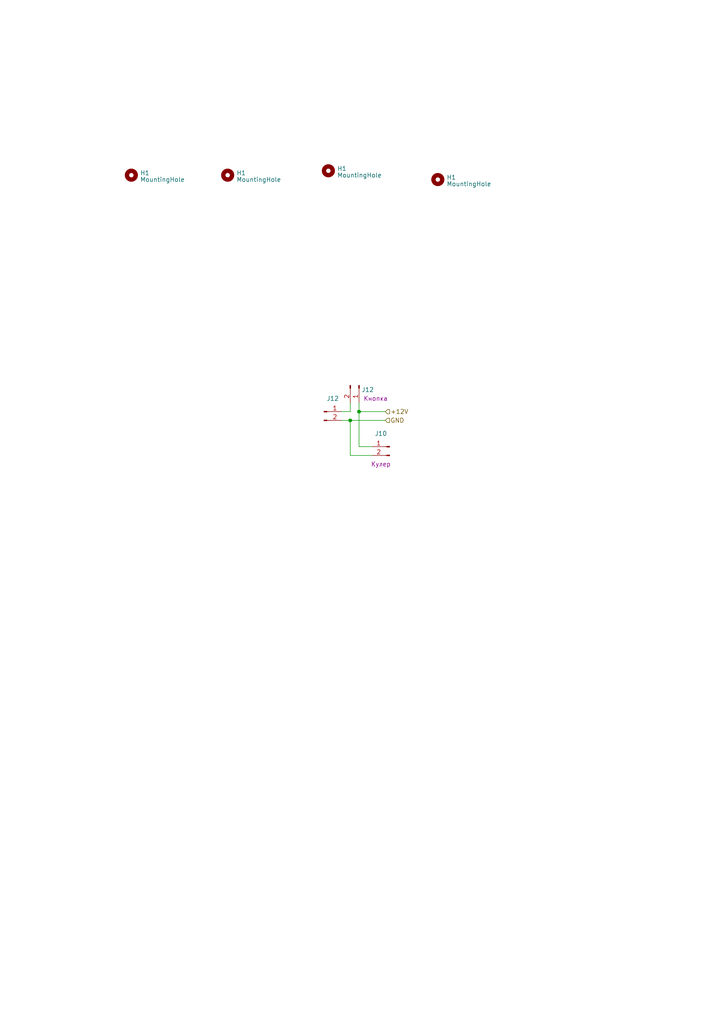
<source format=kicad_sch>
(kicad_sch (version 20230121) (generator eeschema)
  (paper "A4" portrait)
  (lib_symbols
    (symbol "Connector:Conn_01x02_Pin" (pin_names (offset 1.016) hide)
      (property "Reference" "J" (at 0 2.54 0))
      (property "Value" "Conn_01x02_Pin" (at 0 -5.08 0))
      (symbol "Conn_01x02_Pin_1_1"
        (polyline (pts (xy 1.27 -2.54) (xy 0.8636 -2.54)) (stroke (width 0.1524)))
        (polyline (pts (xy 1.27 0) (xy 0.8636 0)) (stroke (width 0.1524)))
        (rectangle (start 0.8636 -2.413) (end 0 -2.667) (stroke (width 0.1524)) (fill (type outline)))
        (rectangle (start 0.8636 0.127) (end 0 -0.127) (stroke (width 0.1524)) (fill (type outline)))
        (pin passive line (at 5.08 0 180) (length 3.81) (name "Pin_1") (number "1"))
        (pin passive line (at 5.08 -2.54 180) (length 3.81) (name "Pin_2") (number "2"))
      )
    )
    (symbol "Mechanical:MountingHole" (pin_names (offset 1.016))
      (property "Reference" "H" (at 0 5.08 0))
      (property "Value" "MountingHole" (at 0 3.175 0))
      (symbol "MountingHole_0_1"
        (circle (center 0 0) (radius 1.27) (stroke (width 1.27)))
      )
    )
  )
  (junction (at 101.6 121.92))
  (junction (at 104.14 119.38))
  (wire (pts (xy 104.14 129.54) (xy 104.14 119.38)))
  (wire (pts (xy 107.95 132.08) (xy 101.6 132.08)))
  (wire (pts (xy 107.95 129.54) (xy 104.14 129.54)))
  (wire (pts (xy 104.14 116.84) (xy 104.14 119.38)))
  (wire (pts (xy 101.6 116.84) (xy 101.6 119.38)))
  (wire (pts (xy 101.6 119.38) (xy 99.06 119.38)))
  (wire (pts (xy 101.6 132.08) (xy 101.6 121.92)))
  (wire (pts (xy 99.06 121.92) (xy 101.6 121.92)))
  (wire (pts (xy 101.6 121.92) (xy 111.76 121.92)))
  (wire (pts (xy 104.14 119.38) (xy 111.76 119.38)))
  (hierarchical_label "GND" (shape input) (at 111.76 121.92 0))
  (hierarchical_label "+12V" (shape input) (at 111.76 119.38 0))
  (symbol (lib_id "Mechanical:MountingHole") (at 127 52.07 0) (unit 1)
    (property "Reference" "H1" (at 129.54 51.4263 0) (effects (justify left)))
    (property "Value" "MountingHole" (at 129.54 53.3473 0) (effects (justify left)))
    (property "Footprint" "MountingHole:MountingHole_3.2mm_M3" (effects hide))
    (instances (project "v1" (path "" (reference "H1") (unit 1)) (path "" (reference "H8") (unit 1))))
  )
  (symbol (lib_id "Connector:Conn_01x02_Pin") (at 93.98 119.38 0) (unit 1)
    (property "Reference" "J12" (at 96.52 115.57 0))
    (property "Value" "Conn_01x02_Pin" (effects hide))
    (property "Footprint" "Connector_Molex:Molex_Mini-Fit_Jr_5566-02A_2x01_P4.20mm_Vertical" (effects hide))
    (instances (project "v1" (path "" (reference "J12") (unit 1)) (path "" (reference "J23") (unit 1))))
  )
  (symbol (lib_id "Connector:Conn_01x02_Pin") (at 113.03 129.54 0) (mirror y) (unit 1)
    (property "Reference" "J10" (at 110.49 125.73 0))
    (property "Value" "Conn_01x02_Pin" (effects hide))
    (property "Footprint" "Connector_JST:JST_XH_B2B-XH-A_1x02_P2.50mm_Vertical" (effects hide))
    (property "Поле4" "Кулер" (at 110.49 134.62 0))
    (instances (project "v1" (path "" (reference "J10") (unit 1)) (path "" (reference "J24") (unit 1))))
  )
  (symbol (lib_id "Mechanical:MountingHole") (at 66.04 50.8 0) (unit 1)
    (property "Reference" "H1" (at 68.58 50.1563 0) (effects (justify left)))
    (property "Value" "MountingHole" (at 68.58 52.0773 0) (effects (justify left)))
    (property "Footprint" "MountingHole:MountingHole_3.2mm_M3" (effects hide))
    (instances (project "v1" (path "" (reference "H1") (unit 1)) (path "" (reference "H6") (unit 1))))
  )
  (symbol (lib_id "Connector:Conn_01x02_Pin") (at 104.14 111.76 270) (unit 1)
    (property "Reference" "J12" (at 106.68 113.03 90))
    (property "Footprint" "Connector_Molex:Molex_Mini-Fit_Jr_5566-02A_2x01_P4.20mm_Vertical" (effects hide))
    (property "Поле4" "Кнопка" (at 105.41 115.57 90) (effects (justify left)))
    (instances (project "v1" (path "" (reference "J12") (unit 1)) (path "" (reference "J22") (unit 1))))
  )
  (symbol (lib_id "Mechanical:MountingHole") (at 38.1 50.8 0) (unit 1)
    (property "Reference" "H1" (at 40.64 50.1563 0) (effects (justify left)))
    (property "Value" "MountingHole" (at 40.64 52.0773 0) (effects (justify left)))
    (property "Footprint" "MountingHole:MountingHole_3.2mm_M3" (effects hide))
    (instances (project "v1" (path "" (reference "H1") (unit 1)) (path "" (reference "H5") (unit 1))))
  )
  (symbol (lib_id "Mechanical:MountingHole") (at 95.25 49.53 0) (unit 1)
    (property "Reference" "H1" (at 97.79 48.8863 0) (effects (justify left)))
    (property "Value" "MountingHole" (at 97.79 50.8073 0) (effects (justify left)))
    (property "Footprint" "MountingHole:MountingHole_3.2mm_M3" (effects hide))
    (instances (project "v1" (path "" (reference "H1") (unit 1)) (path "" (reference "H7") (unit 1))))
  )
)
</source>
